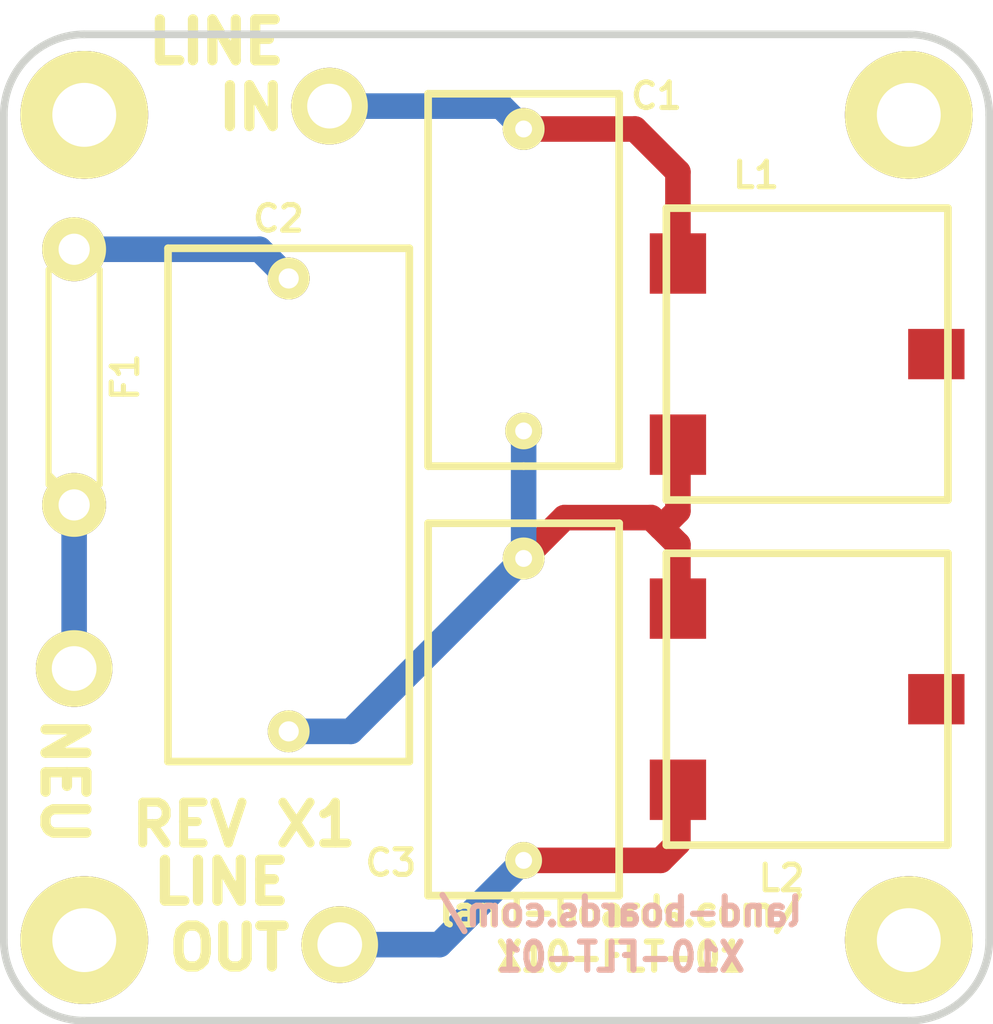
<source format=kicad_pcb>
(kicad_pcb (version 3) (host pcbnew "(2013-07-07 BZR 4022)-stable")

  (general
    (links 10)
    (no_connects 0)
    (area -21.322001 -8.515199 67.442002 49.3804)
    (thickness 1.6002)
    (drawings 26)
    (tracks 23)
    (zones 0)
    (modules 13)
    (nets 6)
  )

  (page A4)
  (layers
    (15 Front signal)
    (0 Back signal)
    (20 B.SilkS user)
    (21 F.SilkS user)
    (22 B.Mask user)
    (23 F.Mask user)
    (24 Dwgs.User user hide)
    (25 Cmts.User user)
    (28 Edge.Cuts user)
  )

  (setup
    (last_trace_width 1.27)
    (user_trace_width 0.635)
    (user_trace_width 1.27)
    (trace_clearance 0.254)
    (zone_clearance 0.3048)
    (zone_45_only no)
    (trace_min 0.2032)
    (segment_width 0.381)
    (edge_width 0.381)
    (via_size 0.889)
    (via_drill 0.635)
    (via_min_size 0.889)
    (via_min_drill 0.508)
    (uvia_size 0.508)
    (uvia_drill 0.127)
    (uvias_allowed no)
    (uvia_min_size 0.508)
    (uvia_min_drill 0.127)
    (pcb_text_width 0.3048)
    (pcb_text_size 1.524 2.032)
    (mod_edge_width 0.381)
    (mod_text_size 1.27 1.27)
    (mod_text_width 0.254)
    (pad_size 3.175 3.175)
    (pad_drill 1.5494)
    (pad_to_mask_clearance 0.254)
    (aux_axis_origin 0 0)
    (visible_elements 7FFFFFBF)
    (pcbplotparams
      (layerselection 284196865)
      (usegerberextensions true)
      (excludeedgelayer true)
      (linewidth 0.150000)
      (plotframeref false)
      (viasonmask false)
      (mode 1)
      (useauxorigin false)
      (hpglpennumber 1)
      (hpglpenspeed 20)
      (hpglpendiameter 15)
      (hpglpenoverlay 0)
      (psnegative false)
      (psa4output false)
      (plotreference true)
      (plotvalue false)
      (plotothertext false)
      (plotinvisibletext false)
      (padsonsilk false)
      (subtractmaskfromsilk false)
      (outputformat 1)
      (mirror false)
      (drillshape 0)
      (scaleselection 1)
      (outputdirectory plots/))
  )

  (net 0 "")
  (net 1 N-000001)
  (net 2 N-000002)
  (net 3 N-000003)
  (net 4 N-000004)
  (net 5 N-000005)

  (net_class Default "This is the default net class."
    (clearance 0.254)
    (trace_width 0.2032)
    (via_dia 0.889)
    (via_drill 0.635)
    (uvia_dia 0.508)
    (uvia_drill 0.127)
    (add_net "")
    (add_net N-000001)
    (add_net N-000002)
    (add_net N-000003)
    (add_net N-000004)
    (add_net N-000005)
  )

  (module MTG-4-40 (layer Front) (tedit 50F036E3) (tstamp 51B4F699)
    (at 45.06 44.99)
    (path /545F8E05)
    (fp_text reference MTG4 (at -6.858 -0.635) (layer F.SilkS) hide
      (effects (font (size 1.27 1.27) (thickness 0.254)))
    )
    (fp_text value MTG_HOLE (at 0 -5.08) (layer F.SilkS) hide
      (effects (font (size 1.524 1.524) (thickness 0.3048)))
    )
    (pad 1 thru_hole circle (at 0 0) (size 6.35 6.35) (drill 3.175)
      (layers *.Cu *.Mask F.SilkS)
    )
  )

  (module MTG-4-40 (layer Front) (tedit 50F036E3) (tstamp 51B4F69E)
    (at 4.06 44.99)
    (path /545F8E18)
    (fp_text reference MTG3 (at -6.858 -0.635) (layer F.SilkS) hide
      (effects (font (size 1.27 1.27) (thickness 0.254)))
    )
    (fp_text value MTG_HOLE (at 0 -5.08) (layer F.SilkS) hide
      (effects (font (size 1.524 1.524) (thickness 0.3048)))
    )
    (pad 1 thru_hole circle (at 0 0) (size 6.35 6.35) (drill 3.175)
      (layers *.Cu *.Mask F.SilkS)
    )
  )

  (module MTG-4-40 (layer Front) (tedit 50F036E3) (tstamp 51B4F6A3)
    (at 45.06 3.99)
    (path /545F8E12)
    (fp_text reference MTG2 (at -6.858 -0.635) (layer F.SilkS) hide
      (effects (font (size 1.27 1.27) (thickness 0.254)))
    )
    (fp_text value MTG_HOLE (at 0 -5.08) (layer F.SilkS) hide
      (effects (font (size 1.524 1.524) (thickness 0.3048)))
    )
    (pad 1 thru_hole circle (at 0 0) (size 6.35 6.35) (drill 3.175)
      (layers *.Cu *.Mask F.SilkS)
    )
  )

  (module MTG-4-40 (layer Front) (tedit 50F036E3) (tstamp 51B4F6A8)
    (at 4.06 3.99)
    (path /545F8E1E)
    (fp_text reference MTG1 (at -6.858 -0.635) (layer F.SilkS) hide
      (effects (font (size 1.27 1.27) (thickness 0.254)))
    )
    (fp_text value MTG_HOLE (at 0 -5.08) (layer F.SilkS) hide
      (effects (font (size 1.524 1.524) (thickness 0.3048)))
    )
    (pad 1 thru_hole circle (at 0 0) (size 6.35 6.35) (drill 3.175)
      (layers *.Cu *.Mask F.SilkS)
    )
  )

  (module C15MM (layer Front) (tedit 545F941F) (tstamp 545F8BD0)
    (at 25.908 12.192 90)
    (path /545B8010)
    (fp_text reference C1 (at 9.144 6.604 180) (layer F.SilkS)
      (effects (font (size 1.27 1.27) (thickness 0.254)))
    )
    (fp_text value 0.22uF (at 0 6.5 90) (layer F.SilkS) hide
      (effects (font (size 1.27 1.27) (thickness 0.254)))
    )
    (fp_line (start 9.25 4.75) (end 9.25 -4.75) (layer F.SilkS) (width 0.381))
    (fp_line (start 9.25 4.75) (end -9.25 4.75) (layer F.SilkS) (width 0.381))
    (fp_line (start -9.25 4.75) (end -9.25 0) (layer F.SilkS) (width 0.381))
    (fp_line (start -9.25 0) (end -9.25 -4.75) (layer F.SilkS) (width 0.381))
    (fp_line (start -9.25 -4.75) (end 9.25 -4.75) (layer F.SilkS) (width 0.381))
    (pad 1 thru_hole circle (at 7.5 0 90) (size 2.0828 2.0828) (drill 0.8382)
      (layers *.Cu *.Mask F.SilkS)
      (net 5 N-000005)
    )
    (pad 2 thru_hole circle (at -7.5 0 90) (size 1.8288 1.8288) (drill 0.8382)
      (layers *.Cu *.Mask F.SilkS)
      (net 4 N-000004)
    )
  )

  (module C15MM (layer Front) (tedit 545F942C) (tstamp 545F8BDB)
    (at 25.908 33.528 90)
    (path /545F7E23)
    (fp_text reference C3 (at -7.62 -6.604 180) (layer F.SilkS)
      (effects (font (size 1.27 1.27) (thickness 0.254)))
    )
    (fp_text value 0.22uF (at 0 6.5 90) (layer F.SilkS) hide
      (effects (font (size 1.27 1.27) (thickness 0.254)))
    )
    (fp_line (start 9.25 4.75) (end 9.25 -4.75) (layer F.SilkS) (width 0.381))
    (fp_line (start 9.25 4.75) (end -9.25 4.75) (layer F.SilkS) (width 0.381))
    (fp_line (start -9.25 4.75) (end -9.25 0) (layer F.SilkS) (width 0.381))
    (fp_line (start -9.25 0) (end -9.25 -4.75) (layer F.SilkS) (width 0.381))
    (fp_line (start -9.25 -4.75) (end 9.25 -4.75) (layer F.SilkS) (width 0.381))
    (pad 1 thru_hole circle (at 7.5 0 90) (size 2.0828 2.0828) (drill 0.8382)
      (layers *.Cu *.Mask F.SilkS)
      (net 4 N-000004)
    )
    (pad 2 thru_hole circle (at -7.5 0 90) (size 1.8288 1.8288) (drill 0.8382)
      (layers *.Cu *.Mask F.SilkS)
      (net 3 N-000003)
    )
  )

  (module L15MM (layer Front) (tedit 545F9259) (tstamp 545F8BC5)
    (at 40.005 33.02 180)
    (path /545F7E29)
    (fp_text reference L2 (at 1.27 -8.89 180) (layer F.SilkS)
      (effects (font (size 1.27 1.27) (thickness 0.254)))
    )
    (fp_text value 8uH (at 0 8.75 180) (layer F.SilkS) hide
      (effects (font (size 1.27 1.27) (thickness 0.254)))
    )
    (fp_line (start -7 -7.25) (end -7 7.25) (layer F.SilkS) (width 0.381))
    (fp_line (start -7 -7.25) (end 7 -7.25) (layer F.SilkS) (width 0.381))
    (fp_line (start 7 -7.25) (end 7 7.25) (layer F.SilkS) (width 0.381))
    (fp_line (start 7 7.25) (end -7 7.25) (layer F.SilkS) (width 0.381))
    (pad 3 smd rect (at -6.425 0 180) (size 2.8 2.5)
      (layers Front F.Mask)
    )
    (pad 1 smd rect (at 6.425 -4.5 180) (size 2.8 3)
      (layers Front F.Mask)
      (net 3 N-000003)
    )
    (pad 2 smd rect (at 6.425 4.5 180) (size 2.8 3)
      (layers Front F.Mask)
      (net 4 N-000004)
    )
  )

  (module L15MM (layer Front) (tedit 545F9260) (tstamp 545F8BBA)
    (at 40.005 15.875 180)
    (path /545B801F)
    (fp_text reference L1 (at 2.54 8.89 180) (layer F.SilkS)
      (effects (font (size 1.27 1.27) (thickness 0.254)))
    )
    (fp_text value 8uH (at 0 8.75 180) (layer F.SilkS) hide
      (effects (font (size 1.27 1.27) (thickness 0.254)))
    )
    (fp_line (start -7 -7.25) (end -7 7.25) (layer F.SilkS) (width 0.381))
    (fp_line (start -7 -7.25) (end 7 -7.25) (layer F.SilkS) (width 0.381))
    (fp_line (start 7 -7.25) (end 7 7.25) (layer F.SilkS) (width 0.381))
    (fp_line (start 7 7.25) (end -7 7.25) (layer F.SilkS) (width 0.381))
    (pad 3 smd rect (at -6.425 0 180) (size 2.8 2.5)
      (layers Front F.Mask)
    )
    (pad 1 smd rect (at 6.425 -4.5 180) (size 2.8 3)
      (layers Front F.Mask)
      (net 4 N-000004)
    )
    (pad 2 smd rect (at 6.425 4.5 180) (size 2.8 3)
      (layers Front F.Mask)
      (net 5 N-000005)
    )
  )

  (module C25MM (layer Front) (tedit 545F9417) (tstamp 545F8DE5)
    (at 14.224 23.368 270)
    (path /545B8064)
    (fp_text reference C2 (at -14.224 0.508 360) (layer F.SilkS)
      (effects (font (size 1.27 1.27) (thickness 0.254)))
    )
    (fp_text value 1uF (at 0.25 7.75 270) (layer F.SilkS) hide
      (effects (font (size 1.27 1.27) (thickness 0.254)))
    )
    (fp_line (start -12.75 6) (end 12.75 6) (layer F.SilkS) (width 0.381))
    (fp_line (start -12.75 -6) (end 12.75 -6) (layer F.SilkS) (width 0.381))
    (fp_line (start 12.75 -6) (end 12.75 6) (layer F.SilkS) (width 0.381))
    (fp_line (start -12.75 6) (end -12.75 -6) (layer F.SilkS) (width 0.381))
    (pad 2 thru_hole circle (at -11.25 0 270) (size 2.0828 2.0828) (drill 1)
      (layers *.Cu *.Mask F.SilkS)
      (net 1 N-000001)
    )
    (pad 1 thru_hole circle (at 11.25 0 270) (size 2.0828 2.0828) (drill 1)
      (layers *.Cu *.Mask F.SilkS)
      (net 4 N-000004)
    )
  )

  (module HOLE-12AWG (layer Front) (tedit 545F97D6) (tstamp 545F8F18)
    (at 16.256 3.556)
    (path /545F7EAA)
    (fp_text reference P1 (at -1.524 -2.54) (layer F.SilkS) hide
      (effects (font (size 1.27 1.27) (thickness 0.254)))
    )
    (fp_text value CONN_1 (at 0 3) (layer F.SilkS) hide
      (effects (font (size 1.524 1.524) (thickness 0.3048)))
    )
    (pad 1 thru_hole circle (at 0 0) (size 3.81 3.81) (drill 2.2225)
      (layers *.Cu *.Mask F.SilkS)
      (net 5 N-000005)
    )
  )

  (module HOLE-12AWG (layer Front) (tedit 545F97D6) (tstamp 545F8F23)
    (at 3.556 31.496)
    (path /545F7EB9)
    (fp_text reference P2 (at -1.524 -2.54) (layer F.SilkS) hide
      (effects (font (size 1.27 1.27) (thickness 0.254)))
    )
    (fp_text value CONN_1 (at 0 3) (layer F.SilkS) hide
      (effects (font (size 1.524 1.524) (thickness 0.3048)))
    )
    (pad 1 thru_hole circle (at 0 0) (size 3.81 3.81) (drill 2.2225)
      (layers *.Cu *.Mask F.SilkS)
      (net 2 N-000002)
    )
  )

  (module HOLE-12AWG (layer Front) (tedit 545F97D6) (tstamp 545F8F2E)
    (at 16.764 45.212)
    (path /545F7EC8)
    (fp_text reference P3 (at -1.524 -2.54) (layer F.SilkS) hide
      (effects (font (size 1.27 1.27) (thickness 0.254)))
    )
    (fp_text value CONN_1 (at 0 3) (layer F.SilkS) hide
      (effects (font (size 1.524 1.524) (thickness 0.3048)))
    )
    (pad 1 thru_hole circle (at 0 0) (size 3.81 3.81) (drill 2.2225)
      (layers *.Cu *.Mask F.SilkS)
      (net 3 N-000003)
    )
  )

  (module FUSE-18AWG (layer Front) (tedit 545F9988) (tstamp 545F8BAF)
    (at 3.556 17.018 90)
    (descr "Resistance 5 pas")
    (tags R)
    (path /545B808D)
    (autoplace_cost180 10)
    (fp_text reference F1 (at 0 2.54 90) (layer F.SilkS)
      (effects (font (size 1.27 1.27) (thickness 0.254)))
    )
    (fp_text value FUSE (at 0 0 90) (layer F.SilkS) hide
      (effects (font (size 1.397 1.27) (thickness 0.2032)))
    )
    (fp_line (start -6.35 0) (end -5.334 0) (layer F.SilkS) (width 0.3048))
    (fp_line (start 6.35 0) (end 5.334 0) (layer F.SilkS) (width 0.3048))
    (fp_line (start 5.334 -1.27) (end 5.334 1.27) (layer F.SilkS) (width 0.3048))
    (fp_line (start 5.334 1.27) (end -5.334 1.27) (layer F.SilkS) (width 0.3048))
    (fp_line (start -5.334 1.27) (end -5.334 -1.27) (layer F.SilkS) (width 0.3048))
    (fp_line (start -5.334 -1.27) (end 5.334 -1.27) (layer F.SilkS) (width 0.3048))
    (fp_line (start -5.334 -0.762) (end -4.826 -1.27) (layer F.SilkS) (width 0.3048))
    (pad 1 thru_hole circle (at -6.35 0 90) (size 3.175 3.175) (drill 1.5494)
      (layers *.Cu *.Mask F.SilkS)
      (net 2 N-000002)
    )
    (pad 2 thru_hole circle (at 6.35 0 90) (size 3.175 3.175) (drill 1.5494)
      (layers *.Cu *.Mask F.SilkS)
      (net 1 N-000001)
    )
    (model discret/resistor.wrl
      (at (xyz 0 0 0))
      (scale (xyz 0.5 0.5 0.5))
      (rotate (xyz 0 0 0))
    )
  )

  (dimension 18.5 (width 0.3048) (layer Dwgs.User)
    (gr_text "18.500 mm" (at 34.6256 12.25 90) (layer Dwgs.User)
      (effects (font (size 2.032 1.524) (thickness 0.3048)))
    )
    (feature1 (pts (xy 30.75 3) (xy 36.2512 3)))
    (feature2 (pts (xy 30.75 21.5) (xy 36.2512 21.5)))
    (crossbar (pts (xy 33 21.5) (xy 33 3)))
    (arrow1a (pts (xy 33 3) (xy 33.58642 4.126503)))
    (arrow1b (pts (xy 33 3) (xy 32.41358 4.126503)))
    (arrow2a (pts (xy 33 21.5) (xy 33.58642 20.373497)))
    (arrow2b (pts (xy 33 21.5) (xy 32.41358 20.373497)))
  )
  (dimension 9.5 (width 0.3048) (layer Dwgs.User)
    (gr_text "9.500 mm" (at 25.75 0.124401) (layer Dwgs.User)
      (effects (font (size 2.032 1.524) (thickness 0.3048)))
    )
    (feature1 (pts (xy 30.5 3) (xy 30.5 -1.501199)))
    (feature2 (pts (xy 21 3) (xy 21 -1.501199)))
    (crossbar (pts (xy 21 1.750001) (xy 30.5 1.750001)))
    (arrow1a (pts (xy 30.5 1.750001) (xy 29.373497 2.336421)))
    (arrow1b (pts (xy 30.5 1.750001) (xy 29.373497 1.163581)))
    (arrow2a (pts (xy 21 1.750001) (xy 22.126503 2.336421)))
    (arrow2b (pts (xy 21 1.750001) (xy 22.126503 1.163581)))
  )
  (dimension 22.5 (width 0.3048) (layer Dwgs.User)
    (gr_text "22.500 mm" (at 10.6244 23.5 90) (layer Dwgs.User)
      (effects (font (size 2.032 1.524) (thickness 0.3048)))
    )
    (feature1 (pts (xy 14.25 12.25) (xy 8.9988 12.25)))
    (feature2 (pts (xy 14.25 34.75) (xy 8.9988 34.75)))
    (crossbar (pts (xy 12.25 34.75) (xy 12.25 12.25)))
    (arrow1a (pts (xy 12.25 12.25) (xy 12.83642 13.376503)))
    (arrow1b (pts (xy 12.25 12.25) (xy 11.66358 13.376503)))
    (arrow2a (pts (xy 12.25 34.75) (xy 12.83642 33.623497)))
    (arrow2b (pts (xy 12.25 34.75) (xy 11.66358 33.623497)))
  )
  (dimension 25.5 (width 0.3048) (layer Dwgs.User)
    (gr_text "25.500 mm" (at 12.1256 23.5 90) (layer Dwgs.User)
      (effects (font (size 2.032 1.524) (thickness 0.3048)))
    )
    (feature1 (pts (xy 8.25 10.75) (xy 13.7512 10.75)))
    (feature2 (pts (xy 8.25 36.25) (xy 13.7512 36.25)))
    (crossbar (pts (xy 10.5 36.25) (xy 10.5 10.75)))
    (arrow1a (pts (xy 10.5 10.75) (xy 11.08642 11.876503)))
    (arrow1b (pts (xy 10.5 10.75) (xy 9.91358 11.876503)))
    (arrow2a (pts (xy 10.5 36.25) (xy 11.08642 35.123497)))
    (arrow2b (pts (xy 10.5 36.25) (xy 9.91358 35.123497)))
  )
  (dimension 12 (width 0.3048) (layer Dwgs.User)
    (gr_text "12.000 mm" (at 14.25 30.624401) (layer Dwgs.User)
      (effects (font (size 2.032 1.524) (thickness 0.3048)))
    )
    (feature1 (pts (xy 20.25 36) (xy 20.25 28.998801)))
    (feature2 (pts (xy 8.25 36) (xy 8.25 28.998801)))
    (crossbar (pts (xy 8.25 32.250001) (xy 20.25 32.250001)))
    (arrow1a (pts (xy 20.25 32.250001) (xy 19.123497 32.836421)))
    (arrow1b (pts (xy 20.25 32.250001) (xy 19.123497 31.663581)))
    (arrow2a (pts (xy 8.25 32.250001) (xy 9.376503 32.836421)))
    (arrow2b (pts (xy 8.25 32.250001) (xy 9.376503 31.663581)))
  )
  (gr_text "REV X1" (at 12 39.25) (layer F.SilkS)
    (effects (font (size 2.032 2.032) (thickness 0.4445)))
  )
  (gr_text "LINE\nOUT" (at 14.5 43.75) (layer F.SilkS)
    (effects (font (size 2.032 2.032) (thickness 0.508)) (justify right))
  )
  (gr_text NEU (at 3.048 37.084 270) (layer F.SilkS)
    (effects (font (size 2.032 2.032) (thickness 0.508)))
  )
  (gr_text "LINE\nIN" (at 14.25 2) (layer F.SilkS)
    (effects (font (size 2.032 2.032) (thickness 0.508)) (justify right))
  )
  (dimension 41 (width 0.3048) (layer Dwgs.User)
    (gr_text "41.000 mm" (at 60.6856 24.49 90) (layer Dwgs.User)
      (effects (font (size 2.032 1.524) (thickness 0.3048)))
    )
    (feature1 (pts (xy 45.06 3.99) (xy 62.3112 3.99)))
    (feature2 (pts (xy 45.06 44.99) (xy 62.3112 44.99)))
    (crossbar (pts (xy 59.06 44.99) (xy 59.06 3.99)))
    (arrow1a (pts (xy 59.06 3.99) (xy 59.64642 5.116503)))
    (arrow1b (pts (xy 59.06 3.99) (xy 58.47358 5.116503)))
    (arrow2a (pts (xy 59.06 44.99) (xy 59.64642 43.863497)))
    (arrow2b (pts (xy 59.06 44.99) (xy 58.47358 43.863497)))
  )
  (gr_text "land-boards.com/\nX10-FLT-01" (at 30.734 44.704) (layer F.SilkS)
    (effects (font (size 1.397 1.27) (thickness 0.3048)))
  )
  (gr_line (start 29.972 49.022) (end 35.56 49.022) (angle 90) (layer Dwgs.User) (width 0.381))
  (dimension 41 (width 0.3048) (layer Dwgs.User)
    (gr_text "41.000 mm" (at -14.5656 24.49 90) (layer Dwgs.User)
      (effects (font (size 2.032 1.524) (thickness 0.3048)))
    )
    (feature1 (pts (xy 4.06 3.99) (xy -16.1912 3.99)))
    (feature2 (pts (xy 4.06 44.99) (xy -16.1912 44.99)))
    (crossbar (pts (xy -12.94 44.99) (xy -12.94 3.99)))
    (arrow1a (pts (xy -12.94 3.99) (xy -12.35358 5.116503)))
    (arrow1b (pts (xy -12.94 3.99) (xy -13.52642 5.116503)))
    (arrow2a (pts (xy -12.94 44.99) (xy -12.35358 43.863497)))
    (arrow2b (pts (xy -12.94 44.99) (xy -13.52642 43.863497)))
  )
  (dimension 4 (width 0.3048) (layer Dwgs.User)
    (gr_text "4.000 mm" (at 2.06 -6.635599) (layer Dwgs.User)
      (effects (font (size 2.032 1.524) (thickness 0.3048)))
    )
    (feature1 (pts (xy 0.06 3.99) (xy 0.06 -8.261199)))
    (feature2 (pts (xy 4.06 3.99) (xy 4.06 -8.261199)))
    (crossbar (pts (xy 4.06 -5.009999) (xy 0.06 -5.009999)))
    (arrow1a (pts (xy 0.06 -5.009999) (xy 1.186503 -5.596419)))
    (arrow1b (pts (xy 0.06 -5.009999) (xy 1.186503 -4.423579)))
    (arrow2a (pts (xy 4.06 -5.009999) (xy 2.933497 -5.596419)))
    (arrow2b (pts (xy 4.06 -5.009999) (xy 2.933497 -4.423579)))
  )
  (dimension 4 (width 0.3048) (layer Dwgs.User)
    (gr_text "4.000 mm" (at -6.5656 1.99 90) (layer Dwgs.User)
      (effects (font (size 2.032 1.524) (thickness 0.3048)))
    )
    (feature1 (pts (xy 4.06 -0.01) (xy -8.1912 -0.01)))
    (feature2 (pts (xy 4.06 3.99) (xy -8.1912 3.99)))
    (crossbar (pts (xy -4.94 3.99) (xy -4.94 -0.01)))
    (arrow1a (pts (xy -4.94 -0.01) (xy -4.35358 1.116503)))
    (arrow1b (pts (xy -4.94 -0.01) (xy -5.52642 1.116503)))
    (arrow2a (pts (xy -4.94 3.99) (xy -4.35358 2.863497)))
    (arrow2b (pts (xy -4.94 3.99) (xy -5.52642 2.863497)))
  )
  (gr_text "land-boards.com/\nX10-FLT-01" (at 30.734 44.704) (layer B.SilkS)
    (effects (font (size 1.397 1.27) (thickness 0.3048)) (justify mirror))
  )
  (gr_line (start 49.06 44.99) (end 49.06 3.99) (angle 90) (layer Edge.Cuts) (width 0.381))
  (gr_line (start 4.06 48.99) (end 45.06 48.99) (angle 90) (layer Edge.Cuts) (width 0.381))
  (gr_line (start 0.06 3.99) (end 0.06 44.99) (angle 90) (layer Edge.Cuts) (width 0.381))
  (gr_line (start 45.06 -0.01) (end 4.06 -0.01) (angle 90) (layer Edge.Cuts) (width 0.381))
  (gr_arc (start 4.06 44.99) (end 4.06 48.99) (angle 90) (layer Edge.Cuts) (width 0.381))
  (gr_arc (start 45.06 44.99) (end 49.06 44.99) (angle 90) (layer Edge.Cuts) (width 0.381))
  (gr_arc (start 45.06 3.99) (end 45.06 -0.01) (angle 90) (layer Edge.Cuts) (width 0.381))
  (gr_arc (start 4.06 3.99) (end 0.06 3.99) (angle 90) (layer Edge.Cuts) (width 0.381))
  (dimension 49 (width 0.3048) (layer Dwgs.User)
    (gr_text "49.000 mm" (at -3.5656 24.49 90) (layer Dwgs.User)
      (effects (font (size 2.032 1.524) (thickness 0.3048)))
    )
    (feature1 (pts (xy 0.06 -0.01) (xy -5.1912 -0.01)))
    (feature2 (pts (xy 0.06 48.99) (xy -5.1912 48.99)))
    (crossbar (pts (xy -1.94 48.99) (xy -1.94 -0.01)))
    (arrow1a (pts (xy -1.94 -0.01) (xy -1.35358 1.116503)))
    (arrow1b (pts (xy -1.94 -0.01) (xy -2.52642 1.116503)))
    (arrow2a (pts (xy -1.94 48.99) (xy -1.35358 47.863497)))
    (arrow2b (pts (xy -1.94 48.99) (xy -2.52642 47.863497)))
  )
  (dimension 49 (width 0.3048) (layer Dwgs.User)
    (gr_text "49.000 mm" (at 24.56 -3.635599) (layer Dwgs.User)
      (effects (font (size 2.032 1.524) (thickness 0.3048)))
    )
    (feature1 (pts (xy 49.06 -0.01) (xy 49.06 -5.261199)))
    (feature2 (pts (xy 0.06 -0.01) (xy 0.06 -5.261199)))
    (crossbar (pts (xy 0.06 -2.009999) (xy 49.06 -2.009999)))
    (arrow1a (pts (xy 49.06 -2.009999) (xy 47.933497 -1.423579)))
    (arrow1b (pts (xy 49.06 -2.009999) (xy 47.933497 -2.596419)))
    (arrow2a (pts (xy 0.06 -2.009999) (xy 1.186503 -1.423579)))
    (arrow2b (pts (xy 0.06 -2.009999) (xy 1.186503 -2.596419)))
  )

  (segment (start 3.556 10.668) (end 12.774 10.668) (width 1.27) (layer Back) (net 1))
  (segment (start 12.774 10.668) (end 14.224 12.118) (width 1.27) (layer Back) (net 1) (tstamp 545FAE76))
  (segment (start 3.556 31.496) (end 3.556 23.368) (width 1.27) (layer Back) (net 2))
  (segment (start 25.908 41.028) (end 32.722 41.028) (width 1.27) (layer Front) (net 3))
  (segment (start 33.58 40.17) (end 33.58 37.52) (width 1.27) (layer Front) (net 3) (tstamp 545FAE8C))
  (segment (start 32.722 41.028) (end 33.58 40.17) (width 1.27) (layer Front) (net 3) (tstamp 545FAE88))
  (segment (start 16.764 45.212) (end 21.724 45.212) (width 1.27) (layer Back) (net 3))
  (segment (start 21.724 45.212) (end 25.908 41.028) (width 1.27) (layer Back) (net 3) (tstamp 545FAE60))
  (segment (start 32.25 24) (end 27.936 24) (width 1.27) (layer Front) (net 4))
  (segment (start 27.936 24) (end 25.908 26.028) (width 1.27) (layer Front) (net 4) (tstamp 546157F4) (status 800000))
  (segment (start 33.58 28.52) (end 33.58 25.33) (width 1.27) (layer Front) (net 4))
  (segment (start 33.58 25.33) (end 32.25 24) (width 1.27) (layer Front) (net 4) (tstamp 545FAEAA))
  (segment (start 32.25 24) (end 32.75 24.5) (width 1.27) (layer Front) (net 4) (tstamp 546157F2))
  (segment (start 33.58 23.67) (end 33.58 20.375) (width 1.27) (layer Front) (net 4) (tstamp 545FAEA2))
  (segment (start 32.75 24.5) (end 33.58 23.67) (width 1.27) (layer Front) (net 4) (tstamp 545FAEA1))
  (segment (start 25.908 19.692) (end 25.908 26.028) (width 1.27) (layer Back) (net 4))
  (segment (start 14.224 34.618) (end 17.318 34.618) (width 1.27) (layer Back) (net 4))
  (segment (start 17.318 34.618) (end 25.908 26.028) (width 1.27) (layer Back) (net 4) (tstamp 545FAE54))
  (segment (start 16.256 3.556) (end 24.772 3.556) (width 1.27) (layer Back) (net 5) (status 400000))
  (segment (start 24.772 3.556) (end 25.908 4.692) (width 1.27) (layer Back) (net 5) (tstamp 54615739) (status 800000))
  (segment (start 25.908 4.692) (end 31.442 4.692) (width 1.27) (layer Front) (net 5))
  (segment (start 31.442 4.692) (end 33.58 6.83) (width 1.27) (layer Front) (net 5) (tstamp 545FAECD))
  (segment (start 33.58 6.83) (end 33.58 11.375) (width 1.27) (layer Front) (net 5) (tstamp 545FAECE))

)

</source>
